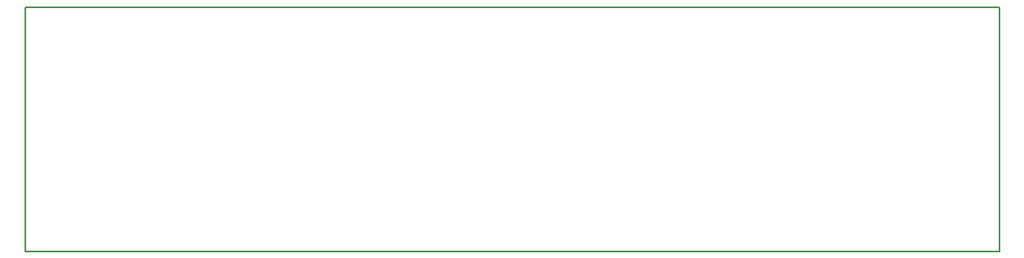
<source format=gbr>
%TF.GenerationSoftware,KiCad,Pcbnew,5.0.2+dfsg1-1*%
%TF.CreationDate,2019-09-16T18:41:00-07:00*%
%TF.ProjectId,Adafruit PCB Reference Ruler,41646166-7275-4697-9420-504342205265,rev?*%
%TF.SameCoordinates,Original*%
%TF.FileFunction,Profile,NP*%
%FSLAX46Y46*%
G04 Gerber Fmt 4.6, Leading zero omitted, Abs format (unit mm)*
G04 Created by KiCad (PCBNEW 5.0.2+dfsg1-1) date Mon 16 Sep 2019 06:41:00 PM PDT*
%MOMM*%
%LPD*%
G01*
G04 APERTURE LIST*
%ADD10C,0.150000*%
G04 APERTURE END LIST*
D10*
X71031100Y-117703600D02*
X71031100Y-92303600D01*
X71031100Y-92303600D02*
X172031100Y-92303600D01*
X172031100Y-92303600D02*
X172031100Y-117703600D01*
X172031100Y-117703600D02*
X71031100Y-117703600D01*
M02*

</source>
